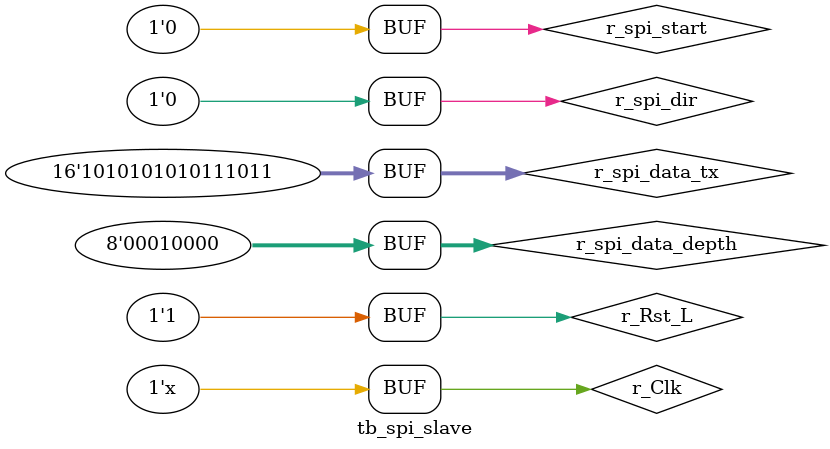
<source format=v>
`timescale 1ns / 1ps
module tb_spi_slave;

    parameter SPI_MODE = 0; // CPOL = 0, CPHA = 0
    parameter SPI_CLK_DELAY = 20;  // 2.5 MHz
    parameter MAIN_CLK_DELAY = 2;  // 25 MHz

    reg r_Rst_L     = 1'b0;
  
    // CPOL=0, clock idles 0.  CPOL=1, clock idles 1
    //  reg r_SPI_Clk   = w_CPOL ? 1'b1 : 1'b0;
    wire w_SPI_Clk;
    reg r_Clk       = 1'b0;
    wire w_SPI_CS_n;
    wire w_SPI_MOSI;
    wire w_SPI_MISO;
    

    // Master Specific
    reg r_spi_start;
    reg r_spi_dir;
    reg [7:0] r_spi_data_depth;
    reg [15:0] r_spi_data_tx;
    wire w_spi_ready;

    // Slave Specific
    wire w_Slave_RX_DV;
    reg r_Slave_TX_DV;
    wire [7:0] w_Slave_RX_Byte;
    reg r_Slave_TX_Byte;

    // Clock Generators:
    always#5 r_Clk=~r_Clk;

      // Instantiate UUT
  SPI_Slave #(.SPI_MODE(SPI_MODE)) SPI_Slave_UUT
  (
   // Control/Data Signals,
   .i_Rst_L(r_Rst_L),      // FPGA Reset
   .i_Clk(r_Clk),          // FPGA Clock
   .o_RX_DV(w_Slave_RX_DV),      // Data Valid pulse (1 clock cycle)
   .o_RX_Byte(w_Slave_RX_Byte),  // Byte received on MOSI
   .i_TX_DV(w_Slave_TX_DV),      // Data Valid pulse
   .i_TX_Byte(w_Slave_RX_Byte),  // Byte to serialize to MISO (set up for loopback)

   // SPI Interface
   .i_SPI_Clk(w_SPI_Clk),
   .o_SPI_MISO(w_SPI_MISO),
   .i_SPI_MOSI(w_SPI_MOSI),
   .i_SPI_CS_n(w_SPI_CS_n)
   );

   spi_master #(
    .clk_div(4),
    .data_depth(16)
   )
   spi_master_utt
   (
    .clk(r_Clk),
    .rst_n(r_Rst_L),
    .spi_start(r_spi_start),
    .spi_dir(r_spi_dir),
    .spi_data_depth(r_spi_data_depth),
    .spi_data_tx(r_spi_data_tx),
    .spi_ready(w_spi_ready),
    .spi_sclk(w_SPI_Clk),
    .spi_mosi(w_SPI_MOSI),
    .spi_le(w_SPI_CS_n)
   );

   initial
   begin
    r_Rst_L=0;
    r_spi_start=0;
    #10;
    r_Rst_L=1;
    #100;
    r_spi_dir=0;
    r_spi_data_depth=16;
    r_spi_data_tx=16'haabb;
    r_spi_start=1;
    #100
    r_spi_start=0;

   end

endmodule

</source>
